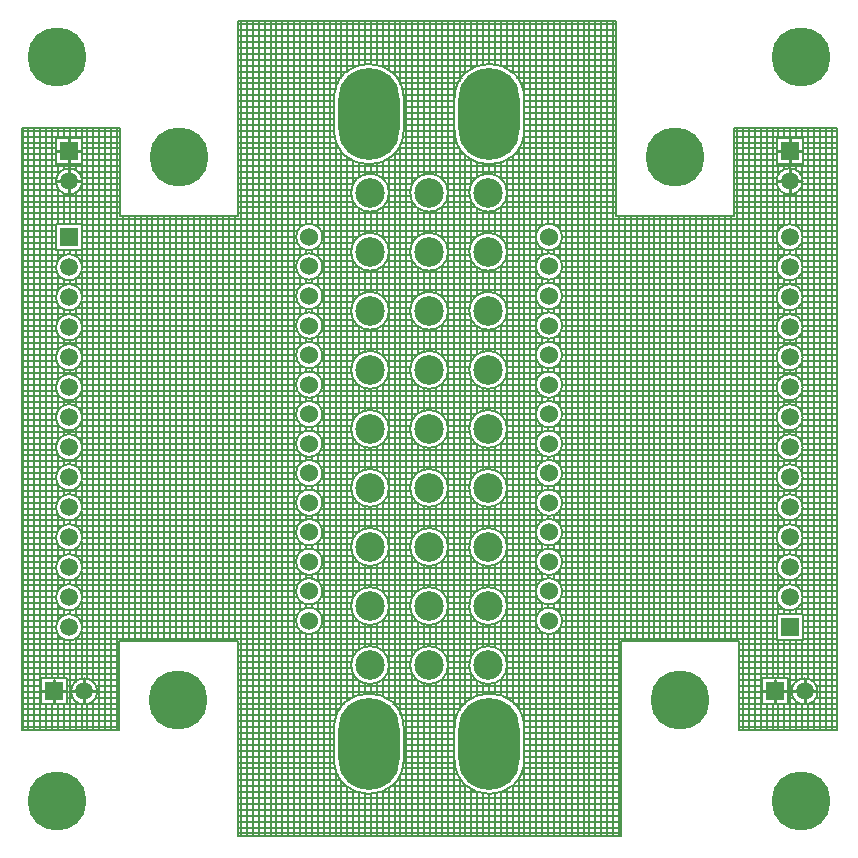
<source format=gbl>
G04*
G04 #@! TF.GenerationSoftware,Altium Limited,Altium Designer,18.0.9 (584)*
G04*
G04 Layer_Physical_Order=2*
G04 Layer_Color=16711680*
%FSLAX43Y43*%
%MOMM*%
G71*
G01*
G75*
%ADD11C,0.200*%
%ADD12C,0.254*%
%ADD22R,1.500X1.500*%
%ADD23C,1.500*%
%ADD24R,1.500X1.500*%
%ADD25O,5.200X7.800*%
%ADD26C,2.500*%
%ADD27C,1.524*%
%ADD28C,5.000*%
D11*
X66624Y55960D02*
G03*
X66624Y55960I-1104J0D01*
G01*
Y51225D02*
G03*
X66624Y51225I-1104J0D01*
G01*
Y48685D02*
G03*
X66624Y48685I-1104J0D01*
G01*
X46266Y48750D02*
G03*
X46266Y48750I-1116J0D01*
G01*
X66624Y46145D02*
G03*
X66624Y46145I-1104J0D01*
G01*
Y43605D02*
G03*
X66624Y43605I-1104J0D01*
G01*
Y41065D02*
G03*
X66624Y41065I-1104J0D01*
G01*
Y38525D02*
G03*
X66624Y38525I-1104J0D01*
G01*
Y35985D02*
G03*
X66624Y35985I-1104J0D01*
G01*
Y33445D02*
G03*
X66624Y33445I-1104J0D01*
G01*
X46266Y51250D02*
G03*
X46266Y51250I-1116J0D01*
G01*
Y46250D02*
G03*
X46266Y46250I-1116J0D01*
G01*
X41604Y55000D02*
G03*
X41604Y55000I-1604J0D01*
G01*
X43054Y62950D02*
G03*
X37146Y62950I-2954J0D01*
G01*
Y60350D02*
G03*
X43054Y60350I2954J0D01*
G01*
X36604Y55000D02*
G03*
X36604Y55000I-1604J0D01*
G01*
X41604Y50000D02*
G03*
X41604Y50000I-1604J0D01*
G01*
Y45000D02*
G03*
X41604Y45000I-1604J0D01*
G01*
X36604Y50000D02*
G03*
X36604Y50000I-1604J0D01*
G01*
X46266Y43750D02*
G03*
X46266Y43750I-1116J0D01*
G01*
Y41250D02*
G03*
X46266Y41250I-1116J0D01*
G01*
Y38750D02*
G03*
X46266Y38750I-1116J0D01*
G01*
Y36250D02*
G03*
X46266Y36250I-1116J0D01*
G01*
Y33750D02*
G03*
X46266Y33750I-1116J0D01*
G01*
X41604Y40000D02*
G03*
X41604Y40000I-1604J0D01*
G01*
Y35000D02*
G03*
X41604Y35000I-1604J0D01*
G01*
X36604Y40000D02*
G03*
X36604Y40000I-1604J0D01*
G01*
Y35000D02*
G03*
X36604Y35000I-1604J0D01*
G01*
X66624Y23285D02*
G03*
X66624Y23285I-1104J0D01*
G01*
Y30905D02*
G03*
X66624Y30905I-1104J0D01*
G01*
Y28365D02*
G03*
X66624Y28365I-1104J0D01*
G01*
Y25825D02*
G03*
X66624Y25825I-1104J0D01*
G01*
Y20745D02*
G03*
X66624Y20745I-1104J0D01*
G01*
X67894Y12770D02*
G03*
X67894Y12770I-1104J0D01*
G01*
X46266Y31250D02*
G03*
X46266Y31250I-1116J0D01*
G01*
Y28750D02*
G03*
X46266Y28750I-1116J0D01*
G01*
Y26250D02*
G03*
X46266Y26250I-1116J0D01*
G01*
Y23750D02*
G03*
X46266Y23750I-1116J0D01*
G01*
X41604Y30000D02*
G03*
X41604Y30000I-1604J0D01*
G01*
X36604D02*
G03*
X36604Y30000I-1604J0D01*
G01*
X41604Y25000D02*
G03*
X41604Y25000I-1604J0D01*
G01*
X36604D02*
G03*
X36604Y25000I-1604J0D01*
G01*
X46266Y21250D02*
G03*
X46266Y21250I-1116J0D01*
G01*
Y18750D02*
G03*
X46266Y18750I-1116J0D01*
G01*
X41604Y20000D02*
G03*
X41604Y20000I-1604J0D01*
G01*
Y15000D02*
G03*
X41604Y15000I-1604J0D01*
G01*
X37146Y7050D02*
G03*
X43054Y7050I2954J0D01*
G01*
Y9650D02*
G03*
X37146Y9650I-2954J0D01*
G01*
X36604Y15000D02*
G03*
X36604Y15000I-1604J0D01*
G01*
X31604Y50000D02*
G03*
X31604Y50000I-1604J0D01*
G01*
X32854Y62950D02*
G03*
X26946Y62950I-2954J0D01*
G01*
Y60350D02*
G03*
X32854Y60350I2954J0D01*
G01*
X31604Y55000D02*
G03*
X31604Y55000I-1604J0D01*
G01*
X25966Y51250D02*
G03*
X25966Y51250I-1116J0D01*
G01*
X36604Y45000D02*
G03*
X36604Y45000I-1604J0D01*
G01*
X31604D02*
G03*
X31604Y45000I-1604J0D01*
G01*
Y40000D02*
G03*
X31604Y40000I-1604J0D01*
G01*
Y35000D02*
G03*
X31604Y35000I-1604J0D01*
G01*
X25966Y48750D02*
G03*
X25966Y48750I-1116J0D01*
G01*
Y46250D02*
G03*
X25966Y46250I-1116J0D01*
G01*
Y43750D02*
G03*
X25966Y43750I-1116J0D01*
G01*
Y41250D02*
G03*
X25966Y41250I-1116J0D01*
G01*
Y38750D02*
G03*
X25966Y38750I-1116J0D01*
G01*
Y36250D02*
G03*
X25966Y36250I-1116J0D01*
G01*
Y33750D02*
G03*
X25966Y33750I-1116J0D01*
G01*
X5624Y55960D02*
G03*
X5624Y55960I-1104J0D01*
G01*
Y48685D02*
G03*
X5624Y48685I-1104J0D01*
G01*
Y46145D02*
G03*
X5624Y46145I-1104J0D01*
G01*
Y43605D02*
G03*
X5624Y43605I-1104J0D01*
G01*
Y41065D02*
G03*
X5624Y41065I-1104J0D01*
G01*
Y38525D02*
G03*
X5624Y38525I-1104J0D01*
G01*
Y35985D02*
G03*
X5624Y35985I-1104J0D01*
G01*
Y33445D02*
G03*
X5624Y33445I-1104J0D01*
G01*
X31604Y30000D02*
G03*
X31604Y30000I-1604J0D01*
G01*
Y25000D02*
G03*
X31604Y25000I-1604J0D01*
G01*
X36604Y20000D02*
G03*
X36604Y20000I-1604J0D01*
G01*
X31604D02*
G03*
X31604Y20000I-1604J0D01*
G01*
X25966Y31250D02*
G03*
X25966Y31250I-1116J0D01*
G01*
Y28750D02*
G03*
X25966Y28750I-1116J0D01*
G01*
Y23750D02*
G03*
X25966Y23750I-1116J0D01*
G01*
Y26250D02*
G03*
X25966Y26250I-1116J0D01*
G01*
Y21250D02*
G03*
X25966Y21250I-1116J0D01*
G01*
Y18750D02*
G03*
X25966Y18750I-1116J0D01*
G01*
X31604Y15000D02*
G03*
X31604Y15000I-1604J0D01*
G01*
X32854Y9650D02*
G03*
X26946Y9650I-2954J0D01*
G01*
Y7050D02*
G03*
X32854Y7050I2954J0D01*
G01*
X5624Y30905D02*
G03*
X5624Y30905I-1104J0D01*
G01*
Y28365D02*
G03*
X5624Y28365I-1104J0D01*
G01*
Y25825D02*
G03*
X5624Y25825I-1104J0D01*
G01*
Y23285D02*
G03*
X5624Y23285I-1104J0D01*
G01*
X6894Y12770D02*
G03*
X6894Y12770I-1104J0D01*
G01*
X5624Y20745D02*
G03*
X5624Y20745I-1104J0D01*
G01*
Y18205D02*
G03*
X5624Y18205I-1104J0D01*
G01*
X66624Y58748D02*
X69500D01*
X66624Y59248D02*
X69500D01*
X66624Y58248D02*
X69500D01*
X66624Y57396D02*
Y59604D01*
X64416D02*
X66624D01*
X66576D02*
Y60500D01*
X66624Y57748D02*
X69500D01*
X66576Y56283D02*
Y57396D01*
X66586Y56248D02*
X69500D01*
X66293Y56748D02*
X69500D01*
X64416Y57396D02*
X66624D01*
X66076Y59604D02*
Y60500D01*
X65576Y59604D02*
Y60500D01*
X65076Y59604D02*
Y60500D01*
X64576Y59604D02*
Y60500D01*
X64416Y57396D02*
Y59604D01*
X65576Y57063D02*
Y57396D01*
X66076Y56914D02*
Y57396D01*
X65076Y56971D02*
Y57396D01*
X64576Y56532D02*
Y57396D01*
X66364Y55248D02*
X69500D01*
X66603Y55748D02*
X69500D01*
X66492Y51748D02*
X69500D01*
X66576Y51548D02*
Y55637D01*
X65935Y52248D02*
X69500D01*
X66516Y50748D02*
X69500D01*
X66624Y51248D02*
X69500D01*
X66470Y49248D02*
X69500D01*
X65819Y49748D02*
X69500D01*
X66034Y50248D02*
X69500D01*
X66076Y52179D02*
Y55006D01*
X65076Y52236D02*
Y54949D01*
X64576Y51797D02*
Y55388D01*
X66076Y49639D02*
Y50271D01*
X65576Y49788D02*
Y50122D01*
X66576Y49008D02*
Y50902D01*
X65576Y52328D02*
Y54857D01*
X65076Y49696D02*
Y50214D01*
X64576Y49257D02*
Y50653D01*
X60815Y60248D02*
X69500D01*
X60815Y60500D02*
X69500Y60500D01*
X60815Y59748D02*
X69500D01*
X60815Y59248D02*
X64416D01*
X43054Y60748D02*
X50815D01*
X43054Y61248D02*
X50815D01*
X43052Y60248D02*
X50815D01*
X60815Y58248D02*
X64416D01*
X60815Y58748D02*
X64416D01*
X60815Y57248D02*
X69500D01*
X60815Y57748D02*
X64416D01*
X42582Y58748D02*
X50815D01*
X41498Y57748D02*
X50815D01*
X42944Y63748D02*
X50815D01*
X42754Y64248D02*
X50815D01*
X43039Y63248D02*
X50815D01*
X41956Y65248D02*
X50815D01*
X41048Y65748D02*
X50815D01*
X42444Y64748D02*
X50815D01*
X43054Y62248D02*
X50815D01*
X43054Y62748D02*
X50815D01*
X43054Y61748D02*
X50815D01*
X42841Y59248D02*
X50815D01*
X42992Y59748D02*
X50815D01*
X42175Y58248D02*
X50815D01*
X60815Y54248D02*
X69500D01*
X60815Y54748D02*
X69500D01*
X60815Y53748D02*
X69500D01*
X60815Y56748D02*
X64747D01*
X60815Y56248D02*
X64454D01*
X60815Y55248D02*
X64676D01*
X60815Y53248D02*
X69500D01*
X46149Y51748D02*
X64548D01*
X46147Y50748D02*
X64524D01*
X45650Y52248D02*
X65105D01*
X45641Y50248D02*
X65006D01*
X45650Y49748D02*
X65221D01*
X60815Y55748D02*
X64437D01*
X60815Y53063D02*
Y60500D01*
X50815Y69500D02*
X50815Y53063D01*
X41419Y55748D02*
X50815D01*
X41008Y56248D02*
X50815D01*
X41585Y55248D02*
X50815D01*
X46266Y51248D02*
X64416D01*
X50815Y53063D02*
X60815D01*
X41417Y54248D02*
X50815D01*
X41584Y54748D02*
X50815D01*
X41002Y53748D02*
X50815D01*
X66534Y48248D02*
X69500D01*
X66622Y48748D02*
X69500D01*
X66550Y45748D02*
X69500D01*
X66619Y46248D02*
X69500D01*
X65570Y47248D02*
X69500D01*
X66104Y47748D02*
X69500D01*
X66445Y46748D02*
X69500D01*
X66565Y43248D02*
X69500D01*
X66418Y44248D02*
X69500D01*
X66609Y41248D02*
X69500D01*
X66216Y42748D02*
X69500D01*
X66163Y45248D02*
X69500D01*
X66387Y41748D02*
X69500D01*
X66576Y46468D02*
Y48362D01*
X66076Y47099D02*
Y47731D01*
X66576Y43928D02*
Y45822D01*
X65576Y47248D02*
Y47582D01*
X65076Y44616D02*
Y45134D01*
X66076Y44559D02*
Y45191D01*
X66615Y43748D02*
X69500D01*
X66576Y41388D02*
Y43282D01*
X66577Y40748D02*
X69500D01*
X65576Y42168D02*
Y42502D01*
Y44708D02*
Y45042D01*
X66076Y42019D02*
Y42651D01*
X66601Y38748D02*
X69500D01*
X66354Y39248D02*
X69500D01*
X66592Y36248D02*
X69500D01*
X66589Y38248D02*
X69500D01*
X66304Y37748D02*
X69500D01*
X66262Y40248D02*
X69500D01*
X66318Y36748D02*
X69500D01*
X66582Y33748D02*
X69500D01*
X66598Y35748D02*
X69500D01*
X66606Y33248D02*
X69500D01*
X66278Y34248D02*
X69500D01*
X66342Y35248D02*
X69500D01*
X66376Y32748D02*
X69500D01*
X66576Y38848D02*
Y40742D01*
X66076Y39479D02*
Y40111D01*
X66576Y36308D02*
Y38202D01*
X65576Y39628D02*
Y39962D01*
X65076Y39536D02*
Y40054D01*
X66076Y36939D02*
Y37571D01*
Y34399D02*
Y35031D01*
X65576Y37088D02*
Y37422D01*
X66576Y33768D02*
Y35662D01*
X65576Y34548D02*
Y34882D01*
X65076Y36996D02*
Y37514D01*
Y34456D02*
Y34974D01*
X45650Y47248D02*
X65470D01*
X65076Y47156D02*
Y47674D01*
X46149Y46748D02*
X64595D01*
X45641Y47748D02*
X64936D01*
X45641Y45248D02*
X64877D01*
X45650Y44748D02*
X69500D01*
X46149Y44248D02*
X64622D01*
X65076Y42076D02*
Y42594D01*
X45650Y42248D02*
X69500D01*
X45641Y42748D02*
X64824D01*
X46149Y41748D02*
X64653D01*
X64576Y46717D02*
Y48113D01*
X46266Y48748D02*
X64418D01*
X46266Y46248D02*
X64421D01*
X46149Y49248D02*
X64570D01*
X46147Y48248D02*
X64506D01*
X46147Y45748D02*
X64490D01*
X64576Y44177D02*
Y45573D01*
X46266Y43748D02*
X64425D01*
X64576Y41637D02*
Y43033D01*
X46147Y43248D02*
X64475D01*
X46266Y41248D02*
X64431D01*
X46147Y40748D02*
X64463D01*
X45650Y39748D02*
X69500D01*
X45641Y40248D02*
X64778D01*
X45641Y37748D02*
X64736D01*
X45650Y37248D02*
X69500D01*
X46149Y36748D02*
X64722D01*
X45650Y34748D02*
X69500D01*
X46149Y34248D02*
X64762D01*
X45650Y32248D02*
X69500D01*
X64576Y39097D02*
Y40493D01*
X46266Y38748D02*
X64439D01*
X64576Y36557D02*
Y37953D01*
X46149Y39248D02*
X64686D01*
X46147Y38248D02*
X64451D01*
X46266Y36248D02*
X64448D01*
X64576Y34017D02*
Y35413D01*
X46266Y33748D02*
X64458D01*
X46147Y33248D02*
X64434D01*
X45641Y35248D02*
X64698D01*
X46147Y35748D02*
X64442D01*
X45641Y32748D02*
X64664D01*
X45076Y52364D02*
Y69500D01*
X44576Y52207D02*
Y69500D01*
X46076Y51873D02*
Y69500D01*
X44076Y51552D02*
Y69500D01*
X42076Y65146D02*
Y69500D01*
X41076Y65738D02*
Y69500D01*
X42576Y64562D02*
Y69500D01*
X43054Y60350D02*
Y62950D01*
X41576Y65509D02*
Y69500D01*
X45576Y52282D02*
Y69500D01*
X41576Y55300D02*
Y57791D01*
X41076Y56190D02*
Y57562D01*
X41008Y51248D02*
X44034D01*
X40576Y65865D02*
Y69500D01*
X40076Y65904D02*
Y69500D01*
X39576Y65857D02*
Y69500D01*
Y56547D02*
Y57443D01*
X39076Y65721D02*
Y69500D01*
Y56311D02*
Y57579D01*
X40576Y56497D02*
Y57435D01*
X40076Y56602D02*
Y57396D01*
X40576Y51497D02*
Y53503D01*
X40076Y51602D02*
Y53398D01*
X39576Y51547D02*
Y53453D01*
X39076Y51311D02*
Y53689D01*
X45576Y49782D02*
Y50218D01*
X45076Y49864D02*
Y50136D01*
X46076Y49373D02*
Y50627D01*
X44576Y49707D02*
Y50293D01*
X41585Y50248D02*
X44659D01*
X41419Y50748D02*
X44153D01*
X45576Y47282D02*
Y47718D01*
X45076Y47364D02*
Y47636D01*
X46076Y46873D02*
Y48127D01*
X41584Y49748D02*
X44650D01*
X44576Y47207D02*
Y47793D01*
X44076Y49052D02*
Y50948D01*
X41576Y50300D02*
Y54700D01*
Y45300D02*
Y49700D01*
X41417Y49248D02*
X44151D01*
X41076Y51190D02*
Y53810D01*
Y46190D02*
Y48810D01*
X44076Y46552D02*
Y48448D01*
X41002Y48748D02*
X44034D01*
X41008Y46248D02*
X44034D01*
X40076Y46602D02*
Y48398D01*
X39576Y46547D02*
Y48453D01*
X40576Y46497D02*
Y48503D01*
X38576Y65480D02*
Y69500D01*
X38076Y65101D02*
Y69500D01*
X38576Y55738D02*
Y57820D01*
X37576Y64484D02*
Y69500D01*
X36419Y55748D02*
X38581D01*
X36585Y55248D02*
X38415D01*
X36584Y54748D02*
X38416D01*
X36008Y56248D02*
X38992D01*
X36417Y54248D02*
X38583D01*
X36002Y53748D02*
X38998D01*
X36076Y56190D02*
Y69500D01*
X35576Y56497D02*
Y69500D01*
X36576Y55300D02*
Y69500D01*
X35076Y56602D02*
Y69500D01*
X34076Y56311D02*
Y69500D01*
X33576Y55738D02*
Y69500D01*
X37146Y60350D02*
Y62950D01*
X35076Y51602D02*
Y53398D01*
X35576Y51497D02*
Y53503D01*
X34576Y56547D02*
Y69500D01*
Y51547D02*
Y53453D01*
X38576Y50738D02*
Y54262D01*
X36585Y50248D02*
X38415D01*
X36008Y51248D02*
X38992D01*
X36419Y50748D02*
X38581D01*
X36584Y49748D02*
X38416D01*
X39076Y46311D02*
Y48689D01*
X38576Y45738D02*
Y49262D01*
X36002Y48748D02*
X38998D01*
X36417Y49248D02*
X38583D01*
X36008Y46248D02*
X38992D01*
X36576Y50300D02*
Y54700D01*
X36076Y51190D02*
Y53810D01*
X36576Y45300D02*
Y49700D01*
X34076Y51311D02*
Y53689D01*
X33576Y50738D02*
Y54262D01*
X35576Y46497D02*
Y48503D01*
X35076Y46602D02*
Y48398D01*
X36076Y46190D02*
Y48810D01*
X34576Y46547D02*
Y48453D01*
X34076Y46311D02*
Y48689D01*
X33576Y45738D02*
Y49262D01*
X46076Y44373D02*
Y45627D01*
X45576Y44782D02*
Y45218D01*
X46076Y41873D02*
Y43127D01*
X45576Y42282D02*
Y42718D01*
X45076Y44864D02*
Y45136D01*
X41585Y45248D02*
X44659D01*
X45076Y39864D02*
Y40136D01*
Y42364D02*
Y42636D01*
X45576Y39782D02*
Y40218D01*
X41585Y40248D02*
X44659D01*
X41584Y39748D02*
X44650D01*
X41584Y44748D02*
X44650D01*
X44576Y44707D02*
Y45293D01*
X44076Y44052D02*
Y45948D01*
X41419Y45748D02*
X44153D01*
X41417Y44248D02*
X44151D01*
X41576Y40300D02*
Y44700D01*
X44576Y42207D02*
Y42793D01*
X44076Y41552D02*
Y43448D01*
X44576Y39707D02*
Y40293D01*
X41008Y41248D02*
X44034D01*
X41076Y41190D02*
Y43810D01*
X41419Y40748D02*
X44153D01*
X46076Y39373D02*
Y40627D01*
X45576Y37282D02*
Y37718D01*
X46076Y34373D02*
Y35627D01*
Y36873D02*
Y38127D01*
X45076Y37364D02*
Y37636D01*
X45576Y34782D02*
Y35218D01*
X45076Y34864D02*
Y35136D01*
X45576Y32282D02*
Y32718D01*
X41585Y35248D02*
X44659D01*
X45076Y32364D02*
Y32636D01*
X44576Y37207D02*
Y37793D01*
X44076Y39052D02*
Y40948D01*
Y36552D02*
Y38448D01*
X41417Y39248D02*
X44151D01*
X41076Y36190D02*
Y38810D01*
X41576Y35300D02*
Y39700D01*
X44576Y34707D02*
Y35293D01*
X44076Y34052D02*
Y35948D01*
X44576Y32207D02*
Y32793D01*
X41584Y34748D02*
X44650D01*
X41419Y35748D02*
X44153D01*
X41417Y34248D02*
X44151D01*
X41003Y43748D02*
X44034D01*
X39576Y41547D02*
Y43453D01*
X40576Y41497D02*
Y43503D01*
X39076Y41311D02*
Y43689D01*
X36417Y44248D02*
X38583D01*
X36419Y45748D02*
X38581D01*
X36003Y43748D02*
X38998D01*
X40076Y41602D02*
Y43398D01*
X36419Y40748D02*
X38581D01*
X41003Y38748D02*
X44034D01*
X36008Y41248D02*
X38992D01*
X36417Y39248D02*
X38583D01*
X36003Y38748D02*
X38997D01*
X36584Y44748D02*
X38416D01*
X36585Y45248D02*
X38415D01*
X38576Y40738D02*
Y44262D01*
X36076Y41190D02*
Y43810D01*
X33576Y40738D02*
Y44262D01*
X36576Y40300D02*
Y44700D01*
X36585Y40248D02*
X38415D01*
X35576Y41497D02*
Y43503D01*
X36584Y39748D02*
X38416D01*
X35076Y41602D02*
Y43398D01*
X34576Y41547D02*
Y43453D01*
X34076Y41311D02*
Y43689D01*
X40076Y36602D02*
Y38398D01*
X39576Y36547D02*
Y38453D01*
X40576Y36497D02*
Y38503D01*
X39076Y36311D02*
Y38689D01*
X41008Y36248D02*
X44034D01*
X36419Y35748D02*
X38581D01*
X41003Y33748D02*
X44034D01*
X36008Y36248D02*
X38992D01*
X36417Y34248D02*
X38583D01*
X36003Y33748D02*
X38997D01*
X38576Y35738D02*
Y39262D01*
X36076Y36190D02*
Y38810D01*
X36576Y35300D02*
Y39700D01*
X34076Y36311D02*
Y38689D01*
X33576Y35738D02*
Y39262D01*
X36585Y35248D02*
X38415D01*
X35576Y36497D02*
Y38503D01*
X36584Y34748D02*
X38416D01*
X35076Y36602D02*
Y38398D01*
X34576Y36547D02*
Y38453D01*
X66569Y31248D02*
X69500D01*
X66576Y31228D02*
Y33122D01*
X66613Y30748D02*
X69500D01*
X66576Y28688D02*
Y30582D01*
X66407Y30248D02*
X69500D01*
X66233Y31748D02*
X69500D01*
X66183Y29248D02*
X69500D01*
X66618Y28248D02*
X69500D01*
X66555Y28748D02*
X69500D01*
X66576Y26148D02*
Y28042D01*
X66126Y26748D02*
X69500D01*
X66435Y27748D02*
X69500D01*
X66540Y26248D02*
X69500D01*
X66076Y31859D02*
Y32491D01*
X65576Y32008D02*
Y32342D01*
X66076Y29319D02*
Y29951D01*
X65076Y31916D02*
Y32434D01*
X64576Y31477D02*
Y32873D01*
Y28937D02*
Y30333D01*
X65576Y26928D02*
Y27262D01*
Y29468D02*
Y29802D01*
X66076Y26779D02*
Y27411D01*
X65076Y26836D02*
Y27354D01*
Y29376D02*
Y29894D01*
X64576Y26397D02*
Y27793D01*
X68576Y9500D02*
Y60500D01*
X68076Y9500D02*
Y60500D01*
X69500D02*
X69500Y9500D01*
X69076D02*
Y60500D01*
X66461Y25248D02*
X69500D01*
X66621Y25748D02*
X69500D01*
X67576Y13546D02*
Y60500D01*
X66623Y23248D02*
X69500D01*
X66522Y23748D02*
X69500D01*
X66485Y22748D02*
X69500D01*
X66060Y24248D02*
X69500D01*
X65762Y24748D02*
X69500D01*
X65899Y22248D02*
X69500D01*
X66576Y23608D02*
Y25502D01*
X66076Y24239D02*
Y24871D01*
X67076Y13836D02*
Y60500D01*
X65576Y24388D02*
Y24722D01*
X65076Y24296D02*
Y24814D01*
X64576Y23857D02*
Y25253D01*
X66076Y21699D02*
Y22331D01*
X65576Y21848D02*
Y22182D01*
X66576Y21068D02*
Y22962D01*
X65076Y21756D02*
Y22274D01*
X64576Y21317D02*
Y22713D01*
X46149Y31748D02*
X64807D01*
X46149Y29248D02*
X64857D01*
X45650Y29748D02*
X69500D01*
X45641Y30248D02*
X64633D01*
X45641Y27748D02*
X64605D01*
X46149Y26748D02*
X64914D01*
X46149Y24248D02*
X64980D01*
X45650Y27248D02*
X69500D01*
X45650Y24748D02*
X65278D01*
X45650Y22248D02*
X65141D01*
X46266Y31248D02*
X64471D01*
X58576Y17013D02*
Y53063D01*
X59076Y17013D02*
Y53063D01*
X46266Y28748D02*
X64485D01*
X46147Y30748D02*
X64427D01*
X46147Y28248D02*
X64422D01*
X46266Y23748D02*
X64518D01*
X46266Y26248D02*
X64500D01*
X46147Y23248D02*
X64417D01*
X45641Y25248D02*
X64579D01*
X46147Y25748D02*
X64419D01*
X45641Y22748D02*
X64555D01*
X64076Y13874D02*
Y60500D01*
X63576Y13874D02*
Y60500D01*
X63076Y9500D02*
Y60500D01*
X62076Y9500D02*
Y60500D01*
X61576Y9500D02*
Y60500D01*
X62576Y9500D02*
Y60500D01*
X60576Y17013D02*
Y53063D01*
X60076Y17013D02*
Y53063D01*
X61076Y17013D02*
Y60500D01*
X58076Y17013D02*
Y53063D01*
X57576Y17013D02*
Y53063D01*
X59576Y17013D02*
Y53063D01*
X53576Y17013D02*
Y53063D01*
X53076Y17013D02*
Y53063D01*
X54076Y17013D02*
Y53063D01*
X52076Y17013D02*
Y53063D01*
X51576Y17013D02*
Y53063D01*
X52576Y17013D02*
Y53063D01*
X56576Y17013D02*
Y53063D01*
X56076Y17013D02*
Y53063D01*
X57076Y17013D02*
Y53063D01*
X55076Y17013D02*
Y53063D01*
X54576Y17013D02*
Y53063D01*
X55576Y17013D02*
Y53063D01*
X66624Y20748D02*
X69500D01*
X66503Y21248D02*
X69500D01*
X65994Y19748D02*
X69500D01*
X66506Y20248D02*
X69500D01*
X65981Y21748D02*
X69500D01*
X64416Y19309D02*
X66624D01*
Y17248D02*
X69500D01*
X66624Y17748D02*
X69500D01*
X67302Y13748D02*
X69500D01*
X66624Y18748D02*
X69500D01*
X66624Y19248D02*
X69500D01*
X66624Y18248D02*
X69500D01*
X66076Y19309D02*
Y19791D01*
X65576Y19309D02*
Y19642D01*
X66576Y19309D02*
Y20422D01*
X65076Y19309D02*
Y19734D01*
X64576Y19309D02*
Y20173D01*
X64416Y17101D02*
Y19309D01*
X66624Y17101D02*
Y19309D01*
X66576Y13853D02*
Y17101D01*
X65354Y13748D02*
X66278D01*
X64416Y17101D02*
X66624D01*
X64576Y13874D02*
Y17101D01*
X65076Y13874D02*
Y17101D01*
X67894Y12748D02*
X69500D01*
X67785Y13248D02*
X69500D01*
X67207Y11748D02*
X69500D01*
X67763Y12248D02*
X69500D01*
X67576Y9500D02*
Y11994D01*
X66576Y9500D02*
Y11687D01*
X65354Y11748D02*
X66373D01*
X67076Y9500D02*
Y11704D01*
X66076Y13612D02*
Y17101D01*
X65354Y11666D02*
Y13874D01*
X65576Y9500D02*
Y17101D01*
X65354Y13248D02*
X65795D01*
X65354Y12248D02*
X65817D01*
X65354Y12748D02*
X65686D01*
X66076Y9500D02*
Y11928D01*
X64576Y9500D02*
Y11666D01*
X65076Y9500D02*
Y11666D01*
X46149Y21748D02*
X65059D01*
X46266Y21248D02*
X64537D01*
X61222Y16748D02*
X69500D01*
X46147Y20748D02*
X64416D01*
X45650Y19748D02*
X65046D01*
X45641Y20248D02*
X64534D01*
X45641Y17748D02*
X64416D01*
X61222Y14248D02*
X69500D01*
X61222Y14748D02*
X69500D01*
X63146Y13874D02*
X65354D01*
X61222Y15748D02*
X69500D01*
X61222Y16248D02*
X69500D01*
X61222Y15248D02*
X69500D01*
X46266Y18748D02*
X64416D01*
X46149Y19248D02*
X64416D01*
X51222Y17013D02*
X61222D01*
X46147Y18248D02*
X64416D01*
X41008Y16248D02*
X51222D01*
X41419Y15748D02*
X51222D01*
X61222Y13748D02*
X63146D01*
X41585Y15248D02*
X51222D01*
X61222Y13248D02*
X63146D01*
X41417Y14248D02*
X51222D01*
X41584Y14748D02*
X51222D01*
X41003Y13748D02*
X51222D01*
X63146Y11666D02*
Y13874D01*
X63576Y9500D02*
Y11666D01*
X61222Y11748D02*
X63146D01*
X61222Y12748D02*
X63146D01*
Y11666D02*
X65354D01*
X61222Y10748D02*
X69500D01*
X61222Y11248D02*
X69500D01*
X64076Y9500D02*
Y11666D01*
X61222Y9748D02*
X69500D01*
X61222Y10248D02*
X69500D01*
X61222Y9500D02*
X69500Y9500D01*
X61222Y12248D02*
X63146D01*
X61222Y9500D02*
Y17013D01*
X51222Y500D02*
X51222Y17013D01*
X42180Y11748D02*
X51222D01*
X41506Y12248D02*
X51222D01*
X42584Y11248D02*
X51222D01*
X43054Y9248D02*
X51222D01*
X43054Y8748D02*
X51222D01*
X43054Y8248D02*
X51222D01*
X42993Y10248D02*
X51222D01*
X42842Y10748D02*
X51222D01*
X43052Y9748D02*
X51222D01*
X46076Y31873D02*
Y33127D01*
X45076Y29864D02*
Y30136D01*
X46076Y29373D02*
Y30627D01*
X45576Y29782D02*
Y30218D01*
X41585Y30248D02*
X44659D01*
X45576Y27282D02*
Y27718D01*
X45076Y27364D02*
Y27636D01*
X46076Y26873D02*
Y28127D01*
X41584Y29748D02*
X44650D01*
X44576Y27207D02*
Y27793D01*
X41585Y25248D02*
X44659D01*
X44076Y31552D02*
Y33448D01*
X41576Y30300D02*
Y34700D01*
X44076Y29052D02*
Y30948D01*
X41008Y31248D02*
X44034D01*
X41076Y31190D02*
Y33810D01*
X41419Y30748D02*
X44153D01*
X44576Y29707D02*
Y30293D01*
X44076Y26552D02*
Y28448D01*
X41576Y25300D02*
Y29700D01*
X41417Y29248D02*
X44151D01*
X41076Y26190D02*
Y28810D01*
X41419Y25748D02*
X44153D01*
X49576Y500D02*
Y69500D01*
X49076Y500D02*
Y69500D01*
X50576Y500D02*
Y69500D01*
X50076Y500D02*
Y69500D01*
X48076Y500D02*
Y69500D01*
X46576Y500D02*
Y69500D01*
X48576Y500D02*
Y69500D01*
X47576Y500D02*
Y69500D01*
X47076Y500D02*
Y69500D01*
X51076Y500D02*
Y53063D01*
X46076Y24373D02*
Y25627D01*
X44576Y24707D02*
Y25293D01*
X44076Y24052D02*
Y25948D01*
X43576Y500D02*
Y69500D01*
X42576Y11262D02*
Y58738D01*
X42076Y11846D02*
Y58154D01*
X43076Y500D02*
Y69500D01*
X45576Y24782D02*
Y25218D01*
X45076Y24864D02*
Y25136D01*
X41584Y24748D02*
X44650D01*
X41417Y24248D02*
X44151D01*
X41076Y21190D02*
Y23810D01*
X41576Y20300D02*
Y24700D01*
X40076Y31602D02*
Y33398D01*
X39576Y31547D02*
Y33453D01*
X40576Y31497D02*
Y33503D01*
X39076Y31311D02*
Y33689D01*
X36008Y31248D02*
X38992D01*
X38576Y30738D02*
Y34262D01*
X41003Y28748D02*
X44034D01*
X40076Y26602D02*
Y28398D01*
X39576Y26547D02*
Y28453D01*
X36417Y29248D02*
X38583D01*
X36419Y30748D02*
X38581D01*
X36003Y28748D02*
X38997D01*
X36076Y31190D02*
Y33810D01*
X35576Y31497D02*
Y33503D01*
X36576Y30300D02*
Y34700D01*
X34576Y31547D02*
Y33453D01*
X34076Y31311D02*
Y33689D01*
X33576Y30738D02*
Y34262D01*
X36585Y30248D02*
X38415D01*
X35076Y31602D02*
Y33398D01*
X36584Y29748D02*
X38416D01*
X35076Y26602D02*
Y28398D01*
X34576Y26547D02*
Y28453D01*
X40576Y26497D02*
Y28503D01*
X39076Y26311D02*
Y28689D01*
X41008Y26248D02*
X44034D01*
X36008D02*
X38992D01*
X38576Y25738D02*
Y29262D01*
X41003Y23748D02*
X44034D01*
X36585Y25248D02*
X38415D01*
X38576Y20738D02*
Y24262D01*
X36419Y25748D02*
X38581D01*
X36584Y24748D02*
X38416D01*
X36417Y24248D02*
X38583D01*
X38076Y11801D02*
Y58199D01*
X37576Y11184D02*
Y58816D01*
X37076Y500D02*
Y69500D01*
X36076Y26190D02*
Y28810D01*
X33576Y25738D02*
Y29262D01*
X36576Y25300D02*
Y29700D01*
X36076Y21190D02*
Y23810D01*
X35576Y26497D02*
Y28503D01*
X36576Y20300D02*
Y24700D01*
X34076Y26311D02*
Y28689D01*
X33576Y20738D02*
Y24262D01*
X45576Y22282D02*
Y22718D01*
X45076Y22364D02*
Y22636D01*
X46076Y19373D02*
Y20627D01*
Y21873D02*
Y23127D01*
X44576Y22207D02*
Y22793D01*
X41419Y20748D02*
X44153D01*
X45576Y19782D02*
Y20218D01*
X45076Y19864D02*
Y20136D01*
X44576Y19707D02*
Y20293D01*
X41585Y20248D02*
X44659D01*
X41584Y19748D02*
X44650D01*
X44076Y19052D02*
Y20948D01*
Y21552D02*
Y23448D01*
X41576Y15300D02*
Y19700D01*
X40576Y21497D02*
Y23503D01*
X40076Y21602D02*
Y23398D01*
X41008Y21248D02*
X44034D01*
X41417Y19248D02*
X44151D01*
X41003Y18748D02*
X44034D01*
X41076Y16190D02*
Y18810D01*
X40576Y16497D02*
Y18503D01*
X40076Y16602D02*
Y18398D01*
Y12604D02*
Y13398D01*
X45576Y500D02*
Y17718D01*
X45076Y500D02*
Y17636D01*
X46076Y500D02*
Y18127D01*
X43054Y7248D02*
X51222D01*
X43054Y7748D02*
X51222D01*
X44576Y500D02*
Y17793D01*
X42943Y6248D02*
X51222D01*
X43039Y6748D02*
X51222D01*
X42752Y5748D02*
X51222D01*
X41951Y4748D02*
X51222D01*
X42441Y5248D02*
X51222D01*
X41035Y4248D02*
X51222D01*
X43054Y7050D02*
Y9650D01*
X41576Y12209D02*
Y14700D01*
X44076Y500D02*
Y18448D01*
X40576Y12565D02*
Y13503D01*
X39576Y12557D02*
Y13453D01*
X41076Y12438D02*
Y13810D01*
X42076Y500D02*
Y4854D01*
X41576Y500D02*
Y4491D01*
X42576Y500D02*
Y5438D01*
X40576Y500D02*
Y4135D01*
X40076Y500D02*
Y4096D01*
X41076Y500D02*
Y4262D01*
X39576Y21547D02*
Y23453D01*
X39076Y21311D02*
Y23689D01*
X38576Y15738D02*
Y19262D01*
X36003Y23748D02*
X38997D01*
X36008Y21248D02*
X38992D01*
X36419Y20748D02*
X38581D01*
X39576Y16547D02*
Y18453D01*
X39076Y16311D02*
Y18689D01*
X36419Y15748D02*
X38581D01*
X36003Y18748D02*
X38997D01*
X36417Y19248D02*
X38583D01*
X36008Y16248D02*
X38992D01*
X36585Y20248D02*
X38415D01*
X35576Y21497D02*
Y23503D01*
X36584Y19748D02*
X38416D01*
X35076Y21602D02*
Y23398D01*
X34576Y21547D02*
Y23453D01*
X34076Y21311D02*
Y23689D01*
X35576Y16497D02*
Y18503D01*
X35076Y16602D02*
Y18398D01*
X36076Y16190D02*
Y18810D01*
X34576Y16547D02*
Y18453D01*
X34076Y16311D02*
Y18689D01*
X33576Y15738D02*
Y19262D01*
X36585Y15248D02*
X38415D01*
X38576Y12180D02*
Y14262D01*
X36417Y14248D02*
X38583D01*
X36584Y14748D02*
X38416D01*
X36003Y13748D02*
X38997D01*
X39576Y500D02*
Y4143D01*
X39076Y12421D02*
Y13689D01*
Y500D02*
Y4279D01*
X38576Y500D02*
Y4520D01*
X36576Y500D02*
Y14700D01*
Y15300D02*
Y19700D01*
X36076Y500D02*
Y13810D01*
X33576Y500D02*
Y14262D01*
X34076Y500D02*
Y13689D01*
X37576Y500D02*
Y5516D01*
X37146Y7050D02*
Y9650D01*
X38076Y500D02*
Y4899D01*
X35076Y500D02*
Y13398D01*
X34576Y500D02*
Y13453D01*
X35576Y500D02*
Y13503D01*
X32554Y64248D02*
X37446D01*
X32744Y63748D02*
X37256D01*
X32839Y63248D02*
X37161D01*
X32854Y61748D02*
X37146D01*
X30848Y65748D02*
X39152D01*
X31756Y65248D02*
X38244D01*
X32244Y64748D02*
X37756D01*
X32854Y60748D02*
X37146D01*
X32854Y61248D02*
X37146D01*
X32852Y60248D02*
X37148D01*
X32641Y59248D02*
X37359D01*
X32792Y59748D02*
X37208D01*
X32382Y58748D02*
X37618D01*
X32076Y64948D02*
Y69500D01*
X31576Y65383D02*
Y69500D01*
X32576Y64202D02*
Y69500D01*
X30576Y65826D02*
Y69500D01*
X29076Y65787D02*
Y69500D01*
X31076Y65660D02*
Y69500D01*
X32854Y62248D02*
X37146D01*
X32854Y62748D02*
X37146D01*
X32854Y60350D02*
Y62950D01*
X30076Y65899D02*
Y69500D01*
X29576Y65886D02*
Y69500D01*
X28576Y65590D02*
Y69500D01*
X31975Y58248D02*
X38025D01*
X31576Y55300D02*
Y57917D01*
X31584Y54748D02*
X33416D01*
X31585Y55248D02*
X33415D01*
X31298Y57748D02*
X38702D01*
X31008Y56248D02*
X33992D01*
X31419Y55748D02*
X33581D01*
X31417Y54248D02*
X33583D01*
X31419Y50748D02*
X33581D01*
X31576Y50300D02*
Y54700D01*
X31002Y53748D02*
X33998D01*
X31008Y51248D02*
X33992D01*
X30576Y56497D02*
Y57474D01*
X30076Y56602D02*
Y57401D01*
X31076Y56190D02*
Y57640D01*
X29576Y56547D02*
Y57414D01*
X29076Y56311D02*
Y57513D01*
X28576Y55738D02*
Y57709D01*
X30576Y51497D02*
Y53503D01*
X30076Y51602D02*
Y53398D01*
X31076Y51190D02*
Y53810D01*
X29576Y51547D02*
Y53453D01*
X29076Y51311D02*
Y53689D01*
X28576Y50738D02*
Y54262D01*
X18829Y69248D02*
X50815D01*
X18829Y69500D02*
X50815D01*
X28076Y65273D02*
Y69500D01*
X27576Y64773D02*
Y69500D01*
X18829Y68248D02*
X50815D01*
X18829Y68748D02*
X50815D01*
X18829Y67748D02*
X50815D01*
X18829Y66748D02*
X50815D01*
X18829Y67248D02*
X50815D01*
X18829Y66248D02*
X50815D01*
X18829Y65748D02*
X28952D01*
X18829Y65248D02*
X28044D01*
X18829Y64748D02*
X27556D01*
X27076Y63816D02*
Y69500D01*
X26946Y60350D02*
Y62950D01*
X18829Y64248D02*
X27246D01*
X18829Y63748D02*
X27056D01*
X18829Y63248D02*
X26961D01*
X18829Y60748D02*
X26946D01*
X18829Y61248D02*
X26946D01*
X18829Y60248D02*
X26948D01*
X18829Y62248D02*
X26946D01*
X18829Y62748D02*
X26946D01*
X18829Y61748D02*
X26946D01*
X18829Y57248D02*
X50815D01*
X18829Y56748D02*
X50815D01*
X18829Y56248D02*
X28992D01*
X18829Y54248D02*
X28583D01*
X25350Y52248D02*
X44650D01*
X25849Y51748D02*
X44151D01*
X25966Y51248D02*
X28992D01*
X18829Y53248D02*
X50815D01*
X18829Y53748D02*
X28998D01*
X500Y52748D02*
X69500D01*
X18829Y59248D02*
X27159D01*
X18829Y59748D02*
X27008D01*
X25576Y52098D02*
Y69500D01*
X18829Y58248D02*
X27825D01*
X18829Y58748D02*
X27418D01*
X18829Y57748D02*
X28502D01*
X25847Y50748D02*
X28581D01*
X25576Y49598D02*
Y50402D01*
X18829Y55748D02*
X28581D01*
X18829Y55248D02*
X28415D01*
X18829Y54748D02*
X28416D01*
X31584Y49748D02*
X33416D01*
X31585Y50248D02*
X33415D01*
X31576Y45300D02*
Y49700D01*
X31002Y48748D02*
X33998D01*
X31417Y49248D02*
X33583D01*
X31419Y45748D02*
X33581D01*
X31585Y45248D02*
X33415D01*
X31584Y44748D02*
X33416D01*
X31008Y46248D02*
X33992D01*
X31417Y44248D02*
X33583D01*
X31003Y43748D02*
X33998D01*
X30576Y46497D02*
Y48503D01*
X29576Y46547D02*
Y48453D01*
X31076Y46190D02*
Y48810D01*
X29076Y46311D02*
Y48689D01*
X25966Y48748D02*
X28998D01*
X28576Y45738D02*
Y49262D01*
X30076Y41602D02*
Y43398D01*
Y46602D02*
Y48398D01*
X30576Y41497D02*
Y43503D01*
X29576Y41547D02*
Y43453D01*
X25966Y43748D02*
X28997D01*
X29076Y41311D02*
Y43689D01*
X31419Y40748D02*
X33581D01*
X31585Y40248D02*
X33415D01*
X31417Y39248D02*
X33583D01*
X31584Y39748D02*
X33416D01*
X31003Y38748D02*
X33997D01*
X31008Y41248D02*
X33992D01*
X31419Y35748D02*
X33581D01*
X31585Y35248D02*
X33415D01*
X31584Y34748D02*
X33416D01*
X31008Y36248D02*
X33992D01*
X31417Y34248D02*
X33583D01*
X31003Y33748D02*
X33997D01*
X31576Y40300D02*
Y44700D01*
X31076Y41190D02*
Y43810D01*
X31576Y35300D02*
Y39700D01*
X31076Y36190D02*
Y38810D01*
X28576Y40738D02*
Y44262D01*
Y35738D02*
Y39262D01*
X30076Y36602D02*
Y38398D01*
X29576Y36547D02*
Y38453D01*
X30576Y36497D02*
Y38503D01*
X29076Y36311D02*
Y38689D01*
X25966Y38748D02*
X28997D01*
X25849Y46748D02*
X44151D01*
X25849Y49248D02*
X28583D01*
X25966Y46248D02*
X28992D01*
X25849Y44248D02*
X28583D01*
X25341Y47748D02*
X44659D01*
X25847Y48248D02*
X44153D01*
X25350Y47248D02*
X44650D01*
X25849Y41748D02*
X44151D01*
X25966Y41248D02*
X28992D01*
X25847Y40748D02*
X28581D01*
X25341Y42748D02*
X44659D01*
X25847Y43248D02*
X44153D01*
X25350Y42248D02*
X44650D01*
X25350Y49748D02*
X28416D01*
X25341Y50248D02*
X28415D01*
X25576Y47098D02*
Y47902D01*
X25076Y49843D02*
Y50157D01*
X25847Y45748D02*
X28581D01*
X25576Y44598D02*
Y45402D01*
Y42098D02*
Y42902D01*
X25350Y44748D02*
X28416D01*
X25341Y45248D02*
X28415D01*
X25849Y36748D02*
X44151D01*
X25849Y39248D02*
X28583D01*
X25966Y36248D02*
X28992D01*
X25341Y37748D02*
X44659D01*
X25847Y38248D02*
X44153D01*
X25350Y37248D02*
X44650D01*
X25966Y33748D02*
X28997D01*
X25849Y34248D02*
X28583D01*
X25847Y33248D02*
X44153D01*
X25847Y35748D02*
X28581D01*
X25350Y34748D02*
X28416D01*
X25341Y32748D02*
X44659D01*
X25350Y39748D02*
X28416D01*
X25341Y40248D02*
X28415D01*
X25576Y39598D02*
Y40402D01*
X25076Y39843D02*
Y40157D01*
X25341Y35248D02*
X28415D01*
X25576Y37098D02*
Y37902D01*
Y34598D02*
Y35402D01*
X25076Y34843D02*
Y35157D01*
X18829Y69500D02*
X18829Y52987D01*
X8829D02*
Y60500D01*
X25076Y52343D02*
Y69500D01*
X24576Y52332D02*
Y69500D01*
X5624Y58748D02*
X8829D01*
X5624Y59248D02*
X8829D01*
X5624Y58248D02*
X8829D01*
X5603Y55748D02*
X8829D01*
X5624Y57748D02*
X8829D01*
Y52987D02*
X18829D01*
X5586Y56248D02*
X8829D01*
X5293Y56748D02*
X8829D01*
X5364Y55248D02*
X8829D01*
X5576Y59604D02*
Y60500D01*
X5076Y59604D02*
Y60500D01*
X5624Y57396D02*
Y59604D01*
X4576D02*
Y60500D01*
X5576Y56283D02*
Y57396D01*
X5076Y56914D02*
Y57396D01*
X5576Y52329D02*
Y55637D01*
X4576Y57063D02*
Y57396D01*
X5624Y52248D02*
X24350D01*
X24076Y52054D02*
Y69500D01*
X24576Y49832D02*
Y50168D01*
X24076Y49554D02*
Y50446D01*
X5624Y50248D02*
X24359D01*
X5624Y50748D02*
X23853D01*
X4819Y49748D02*
X24350D01*
X25076Y47343D02*
Y47657D01*
X24576Y47332D02*
Y47668D01*
X24076Y47054D02*
Y47946D01*
X5534Y48248D02*
X23853D01*
X5470Y49248D02*
X23851D01*
X5104Y47748D02*
X24359D01*
X5624Y51748D02*
X23851D01*
X5624Y51248D02*
X23734D01*
X5624Y50121D02*
Y52329D01*
X5076D02*
Y55006D01*
X4576Y52329D02*
Y54857D01*
X5576Y49008D02*
Y50121D01*
X5622Y48748D02*
X23734D01*
X5076Y49639D02*
Y50121D01*
X5576Y46468D02*
Y48362D01*
X4576Y47248D02*
Y47582D01*
Y49788D02*
Y50121D01*
X5076Y47099D02*
Y47731D01*
X3416Y59604D02*
X5624D01*
X4076D02*
Y60500D01*
X3416Y57396D02*
X5624D01*
X500Y60248D02*
X8829D01*
X500Y60500D02*
X8829Y60500D01*
X500Y59748D02*
X8829D01*
X500Y57248D02*
X8829D01*
X500Y54748D02*
X8829D01*
X3576Y59604D02*
Y60500D01*
X500Y59248D02*
X3416D01*
Y57396D02*
Y59604D01*
X500Y58248D02*
X3416D01*
X500Y58748D02*
X3416D01*
X500Y57748D02*
X3416D01*
X4076Y56971D02*
Y57396D01*
X500Y56748D02*
X3747D01*
X3576Y56532D02*
Y57396D01*
X500Y56248D02*
X3454D01*
X500Y55748D02*
X3437D01*
X500Y55248D02*
X3676D01*
X3416Y52329D02*
X5624D01*
X4076D02*
Y54949D01*
X3416Y50121D02*
X5624D01*
X500Y53748D02*
X8829D01*
X500Y54248D02*
X8829D01*
X500Y53248D02*
X8829D01*
X4076Y49696D02*
Y50121D01*
Y47156D02*
Y47674D01*
X500Y49748D02*
X4221D01*
X500Y47748D02*
X3936D01*
X3576Y52329D02*
Y55388D01*
X500Y52248D02*
X3416D01*
Y50121D02*
Y52329D01*
X500Y51248D02*
X3416D01*
X500Y51748D02*
X3416D01*
X500Y50748D02*
X3416D01*
X3576Y49257D02*
Y50121D01*
X500Y50248D02*
X3416D01*
X3576Y46717D02*
Y48113D01*
X500Y49248D02*
X3570D01*
X500Y48748D02*
X3418D01*
X500Y48248D02*
X3506D01*
X25076Y44843D02*
Y45157D01*
X24576Y44832D02*
Y45168D01*
X24076Y42054D02*
Y42946D01*
Y44554D02*
Y45446D01*
X5163Y45248D02*
X24359D01*
X5550Y45748D02*
X23853D01*
X5565Y43248D02*
X23853D01*
X25076Y42343D02*
Y42657D01*
X24576Y42332D02*
Y42668D01*
Y39832D02*
Y40168D01*
X5216Y42748D02*
X24359D01*
X5262Y40248D02*
X24359D01*
X24076Y39554D02*
Y40446D01*
X5619Y46248D02*
X23734D01*
X5576Y43928D02*
Y45822D01*
X5615Y43748D02*
X23734D01*
X5445Y46748D02*
X23851D01*
X5076Y44559D02*
Y45191D01*
X5418Y44248D02*
X23851D01*
X5609Y41248D02*
X23734D01*
X5576Y41388D02*
Y43282D01*
X5577Y40748D02*
X23853D01*
X5076Y42019D02*
Y42651D01*
X4576Y42168D02*
Y42502D01*
X5387Y41748D02*
X23851D01*
X25076Y37343D02*
Y37657D01*
X24576Y37332D02*
Y37668D01*
X24076Y34554D02*
Y35446D01*
Y37054D02*
Y37946D01*
X5304Y37748D02*
X24359D01*
X5589Y38248D02*
X23853D01*
X5598Y35748D02*
X23853D01*
X24576Y34832D02*
Y35168D01*
X5606Y33248D02*
X23853D01*
X25076Y32343D02*
Y32657D01*
X5342Y35248D02*
X24359D01*
X5278Y34248D02*
X23851D01*
X5376Y32748D02*
X24359D01*
X5601Y38748D02*
X23734D01*
X5576Y38848D02*
Y40742D01*
Y36308D02*
Y38202D01*
X5354Y39248D02*
X23851D01*
X5076Y39479D02*
Y40111D01*
Y36939D02*
Y37571D01*
X5592Y36248D02*
X23734D01*
X5576Y33768D02*
Y35662D01*
X5582Y33748D02*
X23734D01*
X5318Y36748D02*
X23851D01*
X4576Y34548D02*
Y34882D01*
X5076Y34399D02*
Y35031D01*
X4570Y47248D02*
X24350D01*
X4576Y44708D02*
Y45042D01*
X4076Y44616D02*
Y45134D01*
X500Y47248D02*
X4470D01*
X500Y45248D02*
X3877D01*
X500Y44748D02*
X24350D01*
X4076Y42076D02*
Y42594D01*
X4576Y39628D02*
Y39962D01*
X500Y42248D02*
X24350D01*
X500Y42748D02*
X3824D01*
X500Y39748D02*
X24350D01*
X500Y46748D02*
X3595D01*
X500Y46248D02*
X3421D01*
X3576Y44177D02*
Y45573D01*
X500Y44248D02*
X3622D01*
X500Y45748D02*
X3490D01*
X500Y43748D02*
X3425D01*
X500Y41748D02*
X3653D01*
X500Y43248D02*
X3475D01*
X3576Y41637D02*
Y43033D01*
X500Y40748D02*
X3463D01*
X500Y41248D02*
X3431D01*
X500Y40248D02*
X3778D01*
X4576Y37088D02*
Y37422D01*
X4076Y39536D02*
Y40054D01*
Y36996D02*
Y37514D01*
X500Y37748D02*
X3736D01*
X500Y37248D02*
X24350D01*
X4076Y34456D02*
Y34974D01*
X500Y34748D02*
X24350D01*
X500Y36748D02*
X3722D01*
X500Y34248D02*
X3762D01*
X500Y39248D02*
X3686D01*
X3576Y39097D02*
Y40493D01*
Y36557D02*
Y37953D01*
X500Y38248D02*
X3451D01*
X500Y38748D02*
X3439D01*
X500Y36248D02*
X3448D01*
X500Y35248D02*
X3698D01*
X500Y35748D02*
X3442D01*
X3576Y34017D02*
Y35413D01*
X500Y33748D02*
X3458D01*
X500Y33248D02*
X3434D01*
X500Y32748D02*
X3664D01*
X31585Y30248D02*
X33415D01*
X31576Y30300D02*
Y34700D01*
X31584Y29748D02*
X33416D01*
X31576Y25300D02*
Y29700D01*
X31008Y31248D02*
X33992D01*
X31419Y30748D02*
X33581D01*
X31417Y29248D02*
X33583D01*
X31419Y25748D02*
X33581D01*
X31585Y25248D02*
X33415D01*
X31003Y28748D02*
X33997D01*
X31008Y26248D02*
X33992D01*
X31076Y26190D02*
Y28810D01*
X30576Y31497D02*
Y33503D01*
X30076Y31602D02*
Y33398D01*
X31076Y31190D02*
Y33810D01*
X29576Y31547D02*
Y33453D01*
X29076Y31311D02*
Y33689D01*
X28576Y30738D02*
Y34262D01*
X30076Y26602D02*
Y28398D01*
X29576Y26547D02*
Y28453D01*
X30576Y26497D02*
Y28503D01*
X29076Y26311D02*
Y28689D01*
X25966Y28748D02*
X28997D01*
X28576Y25738D02*
Y29262D01*
X31584Y24748D02*
X33416D01*
X32076Y11648D02*
Y58352D01*
X33076Y500D02*
Y69500D01*
X32576Y10902D02*
Y59098D01*
X31003Y23748D02*
X33997D01*
X31417Y24248D02*
X33583D01*
X31584Y19748D02*
X33416D01*
X31585Y20248D02*
X33415D01*
X31008Y21248D02*
X33992D01*
X31419Y20748D02*
X33581D01*
X31576Y20300D02*
Y24700D01*
X28076Y11973D02*
Y58027D01*
X27576Y11473D02*
Y58527D01*
X27076Y10516D02*
Y59484D01*
X26576Y500D02*
Y69500D01*
X26076Y500D02*
Y69500D01*
X30576Y21497D02*
Y23503D01*
X30076Y21602D02*
Y23398D01*
X31076Y21190D02*
Y23810D01*
X29576Y21547D02*
Y23453D01*
X29076Y21311D02*
Y23689D01*
X28576Y20738D02*
Y24262D01*
X25849Y31748D02*
X44151D01*
X25966Y31248D02*
X28992D01*
X25849Y29248D02*
X28583D01*
X25847Y30748D02*
X28581D01*
X25350Y32248D02*
X44650D01*
X25341Y30248D02*
X28415D01*
X25350Y29748D02*
X28416D01*
X25849Y26748D02*
X44151D01*
X25966Y26248D02*
X28992D01*
X25847Y25748D02*
X28581D01*
X25341Y27748D02*
X44659D01*
X25847Y28248D02*
X44153D01*
X25350Y27248D02*
X44650D01*
X25576Y32098D02*
Y32902D01*
X24576Y32332D02*
Y32668D01*
X25576Y29598D02*
Y30402D01*
X5407Y30248D02*
X24359D01*
X24576Y29832D02*
Y30168D01*
X25076Y27343D02*
Y27657D01*
Y29843D02*
Y30157D01*
X25576Y27098D02*
Y27902D01*
X5435Y27748D02*
X24359D01*
X24576Y27332D02*
Y27668D01*
X25966Y23748D02*
X28997D01*
X25849Y24248D02*
X28583D01*
X25847Y23248D02*
X44153D01*
X25350Y24748D02*
X28416D01*
X25341Y25248D02*
X28415D01*
X25849Y21748D02*
X44151D01*
X25966Y21248D02*
X28992D01*
X25847Y20748D02*
X28581D01*
X25341Y22748D02*
X44659D01*
X25350Y22248D02*
X44650D01*
X25341Y20248D02*
X28415D01*
X25576Y24598D02*
Y25402D01*
X25076Y24843D02*
Y25157D01*
X25576Y22098D02*
Y22902D01*
X24576Y24832D02*
Y25168D01*
Y22332D02*
Y22668D01*
X25076Y19843D02*
Y20157D01*
Y22343D02*
Y22657D01*
X25576Y19598D02*
Y20402D01*
X24576Y19832D02*
Y20168D01*
X31417Y19248D02*
X33583D01*
X31419Y15748D02*
X33581D01*
X31585Y15248D02*
X33415D01*
X31576Y15300D02*
Y19700D01*
X31003Y18748D02*
X33997D01*
X31008Y16248D02*
X33992D01*
X31584Y14748D02*
X33416D01*
X31576Y12083D02*
Y14700D01*
X31980Y11748D02*
X38020D01*
X31003Y13748D02*
X33997D01*
X31417Y14248D02*
X33583D01*
X31306Y12248D02*
X38694D01*
X30576Y16497D02*
Y18503D01*
X30076Y16602D02*
Y18398D01*
X31076Y16190D02*
Y18810D01*
X29576Y16547D02*
Y18453D01*
X29076Y16311D02*
Y18689D01*
X28576Y15738D02*
Y19262D01*
X30576Y12526D02*
Y13503D01*
X30076Y12599D02*
Y13398D01*
X31076Y12360D02*
Y13810D01*
X29576Y12586D02*
Y13453D01*
X29076Y12487D02*
Y13689D01*
X28576Y12290D02*
Y14262D01*
X32852Y9748D02*
X37148D01*
X32854Y9248D02*
X37146D01*
X32854Y7248D02*
X37146D01*
X32854Y7748D02*
X37146D01*
X32384Y11248D02*
X37616D01*
X32642Y10748D02*
X37358D01*
X32793Y10248D02*
X37207D01*
X32743Y6248D02*
X37257D01*
X32839Y6748D02*
X37161D01*
X32552Y5748D02*
X37448D01*
X31751Y4748D02*
X38249D01*
X32241Y5248D02*
X37759D01*
X30835Y4248D02*
X39165D01*
X32854Y8248D02*
X37146D01*
X32854Y8748D02*
X37146D01*
X32854Y7050D02*
Y9650D01*
X32076Y500D02*
Y5052D01*
X31576Y500D02*
Y4617D01*
X32576Y500D02*
Y5798D01*
X30576Y500D02*
Y4174D01*
X30076Y500D02*
Y4101D01*
X31076Y500D02*
Y4340D01*
X29076Y500D02*
Y4213D01*
X28576Y500D02*
Y4410D01*
X29576Y500D02*
Y4114D01*
X25966Y18748D02*
X28997D01*
X25849Y19248D02*
X28583D01*
X25341Y17748D02*
X44659D01*
X25847Y18248D02*
X44153D01*
X5070Y17248D02*
X64416D01*
X18778Y16748D02*
X51222D01*
X18778Y16248D02*
X28992D01*
X18778Y12748D02*
X51222D01*
X18778Y13248D02*
X51222D01*
X18778Y14248D02*
X28583D01*
X18778Y15748D02*
X28581D01*
X18778Y13748D02*
X28997D01*
X25350Y19748D02*
X28416D01*
X18778Y15248D02*
X28415D01*
X18778Y14748D02*
X28416D01*
X18778Y12248D02*
X28494D01*
X18778Y11748D02*
X27820D01*
X18778Y11248D02*
X27416D01*
X18778Y10748D02*
X27158D01*
X18778Y10248D02*
X27007D01*
X18778Y9748D02*
X26948D01*
X18778Y8748D02*
X26946D01*
X18778Y9248D02*
X26946D01*
X18778Y8248D02*
X26946D01*
X18778Y4748D02*
X28049D01*
X28076Y500D02*
Y4727D01*
X18778Y3748D02*
X51222D01*
X18778Y4248D02*
X28965D01*
X18778Y3248D02*
X51222D01*
X18778Y748D02*
X51222D01*
X18778Y1248D02*
X51222D01*
X18778Y500D02*
X51222D01*
X18778Y2248D02*
X51222D01*
X18778Y2748D02*
X51222D01*
X18778Y1748D02*
X51222D01*
X26946Y7050D02*
Y9650D01*
X25576Y500D02*
Y17902D01*
X25076Y500D02*
Y17657D01*
X18778Y7248D02*
X26946D01*
X18778Y7748D02*
X26946D01*
X24576Y500D02*
Y17668D01*
X27076Y500D02*
Y6184D01*
X18778Y6248D02*
X27057D01*
X27576Y500D02*
Y5227D01*
X18778Y5748D02*
X27248D01*
X18778Y6748D02*
X26961D01*
X18778Y5248D02*
X27559D01*
X24076Y29554D02*
Y30446D01*
Y32054D02*
Y32946D01*
X18576Y17013D02*
Y52987D01*
X18076Y17013D02*
Y52987D01*
X5613Y30748D02*
X23853D01*
X5569Y31248D02*
X23734D01*
X17576Y17013D02*
Y52987D01*
X24076Y27054D02*
Y27946D01*
X5621Y25748D02*
X23853D01*
X24076Y24554D02*
Y25446D01*
X5618Y28248D02*
X23853D01*
X5555Y28748D02*
X23734D01*
X5540Y26248D02*
X23734D01*
X16576Y17013D02*
Y52987D01*
X16076Y17013D02*
Y52987D01*
X17076Y17013D02*
Y52987D01*
X15076Y17013D02*
Y52987D01*
X14576Y17013D02*
Y52987D01*
X15576Y17013D02*
Y52987D01*
X13576Y17013D02*
Y52987D01*
X5576Y31228D02*
Y33122D01*
X14076Y17013D02*
Y52987D01*
X5576Y26148D02*
Y28042D01*
Y28688D02*
Y30582D01*
Y23608D02*
Y25502D01*
X22576Y500D02*
Y69500D01*
X22076Y500D02*
Y69500D01*
X23576Y500D02*
Y69500D01*
X23076Y500D02*
Y69500D01*
X21076Y500D02*
Y69500D01*
X20576Y500D02*
Y69500D01*
X21576Y500D02*
Y69500D01*
X19576Y500D02*
Y69500D01*
X19076Y500D02*
Y69500D01*
X20076Y500D02*
Y69500D01*
X12576Y17013D02*
Y52987D01*
X12076Y17013D02*
Y52987D01*
X13076Y17013D02*
Y52987D01*
X8076Y9500D02*
Y60500D01*
X7576Y9500D02*
Y60500D01*
X8576Y9500D02*
Y60500D01*
X6576Y13546D02*
Y60500D01*
X6076Y13836D02*
Y60500D01*
X7076Y9500D02*
Y60500D01*
X11076Y17013D02*
Y52987D01*
X10576Y17013D02*
Y52987D01*
X11576Y17013D02*
Y52987D01*
X9576Y17013D02*
Y52987D01*
X9076Y17013D02*
Y52987D01*
X10076Y17013D02*
Y52987D01*
X5076Y31859D02*
Y32491D01*
X4576Y32008D02*
Y32342D01*
X5233Y31748D02*
X23851D01*
X5076Y29319D02*
Y29951D01*
X500Y32248D02*
X24350D01*
X4076Y29376D02*
Y29894D01*
X5183Y29248D02*
X23851D01*
X4576Y29468D02*
Y29802D01*
Y26928D02*
Y27262D01*
X500Y29748D02*
X24350D01*
X500Y27248D02*
X24350D01*
X4076Y31916D02*
Y32434D01*
X3576Y31477D02*
Y32873D01*
Y28937D02*
Y30333D01*
X500Y31748D02*
X3807D01*
X500Y31248D02*
X3471D01*
X500Y30748D02*
X3427D01*
X500Y27748D02*
X3605D01*
X500Y28248D02*
X3422D01*
X4076Y26836D02*
Y27354D01*
X500Y29248D02*
X3857D01*
X500Y30248D02*
X3633D01*
X500Y28748D02*
X3485D01*
X5126Y26748D02*
X23851D01*
X5076Y26779D02*
Y27411D01*
X5461Y25248D02*
X24359D01*
X500Y26748D02*
X3914D01*
X5076Y24239D02*
Y24871D01*
X4762Y24748D02*
X24350D01*
X4576Y24388D02*
Y24722D01*
X4076Y24296D02*
Y24814D01*
X500Y24748D02*
X4278D01*
X500Y24248D02*
X3980D01*
X3076Y13874D02*
Y60500D01*
X2576Y13874D02*
Y60500D01*
X2076Y9500D02*
Y60500D01*
X576Y9500D02*
Y60500D01*
X500Y9500D02*
Y60500D01*
X1576Y9500D02*
Y60500D01*
X3576Y23857D02*
Y25253D01*
Y26397D02*
Y27793D01*
X1076Y9500D02*
Y60500D01*
X500Y26248D02*
X3500D01*
X500Y25748D02*
X3419D01*
X500Y25248D02*
X3579D01*
X5485Y22748D02*
X24359D01*
X5623Y23248D02*
X23853D01*
X24076Y22054D02*
Y22946D01*
X5624Y20748D02*
X23853D01*
X4899Y22248D02*
X24350D01*
X5060Y24248D02*
X23851D01*
X4981Y21748D02*
X23851D01*
X24076Y19554D02*
Y20446D01*
X5623Y18248D02*
X23853D01*
X5525Y17748D02*
X24359D01*
X5506Y20248D02*
X24359D01*
X4994Y19748D02*
X24350D01*
X4882Y19248D02*
X23851D01*
X5522Y23748D02*
X23734D01*
X5576Y21068D02*
Y22962D01*
Y18528D02*
Y20422D01*
X5076Y21699D02*
Y22331D01*
X4576Y21848D02*
Y22182D01*
X5503Y21248D02*
X23734D01*
X8778Y17013D02*
X18778D01*
X5576Y13853D02*
Y17882D01*
X6302Y13748D02*
X8778D01*
X5076Y19159D02*
Y19791D01*
X4576Y19308D02*
Y19642D01*
X5481Y18748D02*
X23734D01*
X18778Y500D02*
X18778Y17013D01*
X8778Y9500D02*
Y17013D01*
X24076Y500D02*
Y17946D01*
X6785Y13248D02*
X8778D01*
X6763Y12248D02*
X8778D01*
X6894Y12748D02*
X8778D01*
X6576Y9500D02*
Y11994D01*
X6207Y11748D02*
X8778D01*
X6076Y9500D02*
Y11704D01*
X5076Y13612D02*
Y17251D01*
X4576Y9500D02*
Y17102D01*
X4354Y13748D02*
X5278D01*
X4354Y13248D02*
X4795D01*
X4354Y11666D02*
Y13874D01*
X5576Y9500D02*
Y11687D01*
X5076Y9500D02*
Y11928D01*
X4354Y12248D02*
X4817D01*
X4354Y12748D02*
X4686D01*
X4354Y11748D02*
X5373D01*
X4076Y21756D02*
Y22274D01*
Y19216D02*
Y19734D01*
X500Y22248D02*
X4141D01*
X500Y21748D02*
X4059D01*
X500Y19748D02*
X4046D01*
X500Y15248D02*
X8778D01*
X500Y15748D02*
X8778D01*
X500Y14748D02*
X8778D01*
X500Y16748D02*
X8778D01*
X500Y19248D02*
X4158D01*
X500Y16248D02*
X8778D01*
X500Y23748D02*
X3518D01*
X500Y23248D02*
X3417D01*
X3576Y21317D02*
Y22713D01*
X500Y22748D02*
X3555D01*
X500Y21248D02*
X3537D01*
X500Y20748D02*
X3416D01*
X3576Y18777D02*
Y20173D01*
X500Y20248D02*
X3534D01*
X500Y18748D02*
X3559D01*
X500Y17748D02*
X3515D01*
X500Y18248D02*
X3417D01*
X500Y17248D02*
X3970D01*
X4076Y13874D02*
Y17194D01*
X3576Y13874D02*
Y17633D01*
X4076Y9500D02*
Y11666D01*
X500Y14248D02*
X8778D01*
X2146Y13874D02*
X4354D01*
X500Y11248D02*
X8778D01*
X2146Y11666D02*
X4354D01*
X500Y10748D02*
X8778D01*
X500Y9748D02*
X8778D01*
X500Y10248D02*
X8778D01*
X500Y9500D02*
X8778D01*
X500Y13248D02*
X2146D01*
X500Y13748D02*
X2146D01*
Y11666D02*
Y13874D01*
X3076Y9500D02*
Y11666D01*
X2576Y9500D02*
Y11666D01*
X3576Y9500D02*
Y11666D01*
X500Y12248D02*
X2146D01*
X500Y12748D02*
X2146D01*
X500Y11748D02*
X2146D01*
D12*
X65520Y58500D02*
X66524D01*
X65520Y55960D02*
X66524D01*
X65520Y58500D02*
Y59504D01*
Y57496D02*
Y58500D01*
X64516D02*
X65520D01*
Y54956D02*
Y55960D01*
Y56964D01*
X64516Y55960D02*
X65520D01*
X66790Y12770D02*
X67794D01*
X66790D02*
Y13774D01*
Y11766D02*
Y12770D01*
X65786D02*
X66790D01*
X64250D02*
Y13774D01*
Y11766D02*
Y12770D01*
X65254D01*
X63246D02*
X64250D01*
X4520Y58500D02*
Y59504D01*
Y58500D02*
X5524D01*
X4520Y57496D02*
Y58500D01*
Y55960D02*
Y56964D01*
X3516Y58500D02*
X4520D01*
Y55960D02*
X5524D01*
X3516D02*
X4520D01*
Y54956D02*
Y55960D01*
X4786Y12770D02*
X5790D01*
X6794D01*
X5790D02*
Y13774D01*
Y11766D02*
Y12770D01*
X3250D02*
X4254D01*
X2246D02*
X3250D01*
Y13774D01*
Y11766D02*
Y12770D01*
D22*
X65520Y58500D02*
D03*
X4520Y58500D02*
D03*
X65520Y18205D02*
D03*
X4520Y51225D02*
D03*
D23*
X65520Y55960D02*
D03*
X4520Y55960D02*
D03*
X66790Y12770D02*
D03*
X5790Y12770D02*
D03*
X65520Y51225D02*
D03*
Y48685D02*
D03*
Y46145D02*
D03*
Y43605D02*
D03*
Y41065D02*
D03*
Y38525D02*
D03*
Y35985D02*
D03*
Y33445D02*
D03*
Y30905D02*
D03*
Y28365D02*
D03*
Y25825D02*
D03*
Y23285D02*
D03*
Y20745D02*
D03*
X4520Y18205D02*
D03*
Y20745D02*
D03*
Y23285D02*
D03*
Y25825D02*
D03*
Y28365D02*
D03*
Y30905D02*
D03*
Y33445D02*
D03*
Y35985D02*
D03*
Y38525D02*
D03*
Y41065D02*
D03*
Y43605D02*
D03*
Y46145D02*
D03*
Y48685D02*
D03*
D24*
X64250Y12770D02*
D03*
X3250Y12770D02*
D03*
D25*
X29900Y8350D02*
D03*
X40100D02*
D03*
X29900Y61650D02*
D03*
X40100D02*
D03*
D26*
X35000Y15000D02*
D03*
X40000D02*
D03*
X30000D02*
D03*
X35000Y55000D02*
D03*
X40000D02*
D03*
X30000D02*
D03*
Y20000D02*
D03*
Y50000D02*
D03*
Y35000D02*
D03*
Y40000D02*
D03*
Y45000D02*
D03*
Y30000D02*
D03*
Y25000D02*
D03*
X40000Y20000D02*
D03*
Y50000D02*
D03*
Y35000D02*
D03*
Y40000D02*
D03*
Y45000D02*
D03*
Y30000D02*
D03*
Y25000D02*
D03*
X35000D02*
D03*
Y30000D02*
D03*
Y45000D02*
D03*
Y40000D02*
D03*
Y35000D02*
D03*
Y50000D02*
D03*
Y20000D02*
D03*
D27*
X24850Y51250D02*
D03*
Y48750D02*
D03*
Y46250D02*
D03*
Y43750D02*
D03*
Y41250D02*
D03*
Y38750D02*
D03*
Y36250D02*
D03*
Y33750D02*
D03*
Y31250D02*
D03*
Y28750D02*
D03*
Y26250D02*
D03*
Y23750D02*
D03*
Y21250D02*
D03*
Y18750D02*
D03*
X45150D02*
D03*
Y21250D02*
D03*
Y23750D02*
D03*
Y26250D02*
D03*
Y28750D02*
D03*
Y31250D02*
D03*
Y33750D02*
D03*
Y36250D02*
D03*
Y38750D02*
D03*
Y41250D02*
D03*
Y43750D02*
D03*
Y46250D02*
D03*
Y48750D02*
D03*
Y51250D02*
D03*
D28*
X66500Y66500D02*
D03*
Y3500D02*
D03*
X3500Y3500D02*
D03*
Y66500D02*
D03*
X56222Y12013D02*
D03*
X13778D02*
D03*
X13829Y57987D02*
D03*
X55815Y58063D02*
D03*
M02*

</source>
